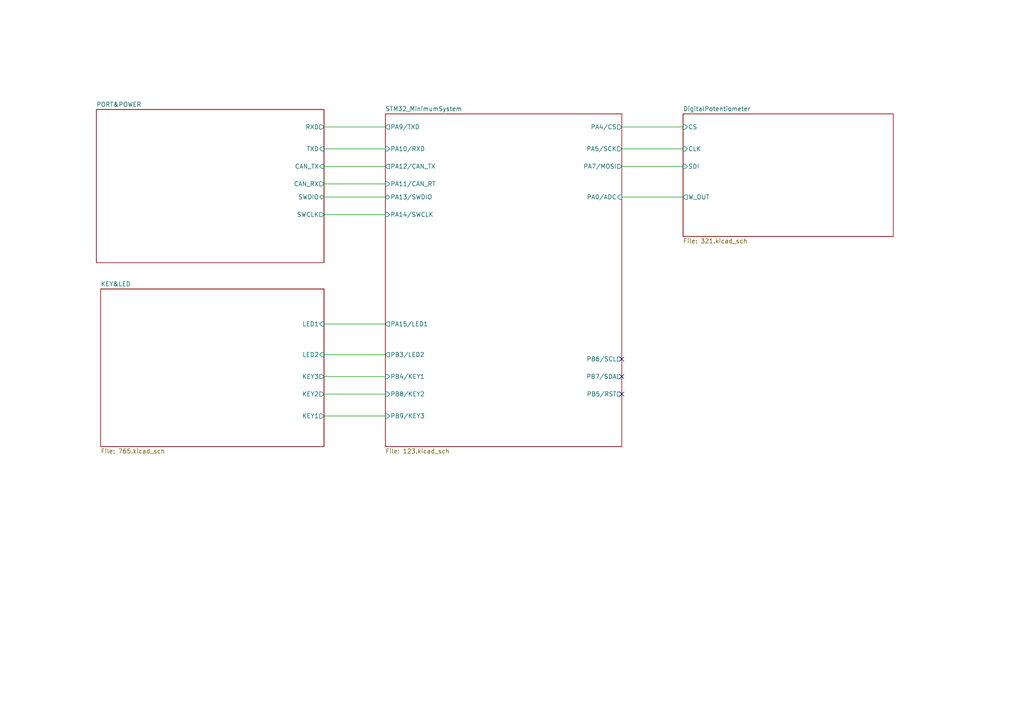
<source format=kicad_sch>
(kicad_sch (version 20211123) (generator eeschema)
  (paper "A4")
  (lib_symbols)
  (no_connect (at 180.34 104.14))
  (no_connect (at 180.34 109.22))
  (no_connect (at 180.34 114.3))
  (wire (pts (xy 93.98 93.98) (xy 111.76 93.98)))
  (wire (pts (xy 180.34 36.83) (xy 198.12 36.83)))
  (wire (pts (xy 93.98 114.3) (xy 111.76 114.3)))
  (wire (pts (xy 93.98 48.26) (xy 111.76 48.26)))
  (wire (pts (xy 180.34 57.15) (xy 198.12 57.15)))
  (wire (pts (xy 93.98 109.22) (xy 111.76 109.22)))
  (wire (pts (xy 93.98 102.87) (xy 111.76 102.87)))
  (wire (pts (xy 93.98 53.34) (xy 93.98 50.8)))
  (wire (pts (xy 93.98 43.18) (xy 111.76 43.18)))
  (wire (pts (xy 180.34 43.18) (xy 198.12 43.18)))
  (wire (pts (xy 93.98 62.23) (xy 111.76 62.23)))
  (wire (pts (xy 180.34 48.26) (xy 198.12 48.26)))
  (wire (pts (xy 93.98 57.15) (xy 111.76 57.15)))
  (wire (pts (xy 93.98 36.83) (xy 111.76 36.83)))
  (wire (pts (xy 93.98 120.65) (xy 111.76 120.65)))
  (wire (pts (xy 93.98 53.34) (xy 111.76 53.34)))
  (sheet (at 198.12 33.02) (size 60.96 35.56) (stroke (width 0.1524))
    (property "Sheet name" "DigitalPotentiometer" (at 198.12 32.3084 0) (effects (justify left bottom)))
    (property "Sheet file" "321.kicad_sch" (at 198.12 69.1646 0) (effects (justify left top)))
    (pin "W_OUT" output (at 198.12 57.15 180))
    (pin "CS" input (at 198.12 36.83 180))
    (pin "SDI" input (at 198.12 48.26 180))
    (pin "CLK" input (at 198.12 43.18 180))
  )
  (sheet (at 111.76 33.02) (size 68.58 96.52) (stroke (width 0.1524))
    (property "Sheet name" "STM32_MinimumSystem" (at 111.76 32.3084 0) (effects (justify left bottom)))
    (property "Sheet file" "123.kicad_sch" (at 111.76 130.1246 0) (effects (justify left top)))
    (pin "PA0{slash}ADC" input (at 180.34 57.15 0))
    (pin "PA9{slash}TXD" output (at 111.76 36.83 180))
    (pin "PA10{slash}RXD" input (at 111.76 43.18 180))
    (pin "PA12{slash}CAN_TX" output (at 111.76 48.26 180))
    (pin "PA11{slash}CAN_RT" input (at 111.76 53.34 180))
    (pin "PB3{slash}LED2" output (at 111.76 102.87 180))
    (pin "PA15{slash}LED1" output (at 111.76 93.98 180))
    (pin "PA7{slash}MOSI" output (at 180.34 48.26 0))
    (pin "PB6{slash}SCL" output (at 180.34 104.14 0))
    (pin "PA4{slash}CS" output (at 180.34 36.83 0))
    (pin "PA5{slash}SCK" output (at 180.34 43.18 0))
    (pin "PB7{slash}SDA" output (at 180.34 109.22 0))
    (pin "PB8{slash}KEY2" input (at 111.76 114.3 180))
    (pin "PB5{slash}RST" output (at 180.34 114.3 0))
    (pin "PB4{slash}KEY1" input (at 111.76 109.22 180))
    (pin "PB9{slash}KEY3" input (at 111.76 120.65 180))
    (pin "PA14{slash}SWCLK" input (at 111.76 62.23 180))
    (pin "PA13{slash}SWDIO" bidirectional (at 111.76 57.15 180))
  )
  (sheet (at 27.94 31.75) (size 66.04 44.45) (stroke (width 0.1524))
    (property "Sheet name" "PORT&POWER" (at 27.94 31.0384 0) (effects (justify left bottom)))
    (property "Sheet file" "untitled.kicad_sch" (effects hide))
    (pin "CAN_RX" output (at 93.98 53.34 0))
    (pin "SWCLK" output (at 93.98 62.23 0))
    (pin "SWDIO" bidirectional (at 93.98 57.15 0))
    (pin "RXD" output (at 93.98 36.83 0))
    (pin "CAN_TX" input (at 93.98 48.26 0))
    (pin "TXD" input (at 93.98 43.18 0))
  )
  (sheet (at 29.21 83.82) (size 64.77 45.72) (stroke (width 0.1524))
    (property "Sheet name" "KEY&LED" (at 29.21 83.1084 0) (effects (justify left bottom)))
    (property "Sheet file" "765.kicad_sch" (at 29.21 130.1246 0) (effects (justify left top)))
    (pin "LED1" input (at 93.98 93.98 0))
    (pin "LED2" input (at 93.98 102.87 0))
    (pin "KEY3" output (at 93.98 109.22 0))
    (pin "KEY2" output (at 93.98 114.3 0))
    (pin "KEY1" output (at 93.98 120.65 0))
  )
)
</source>
